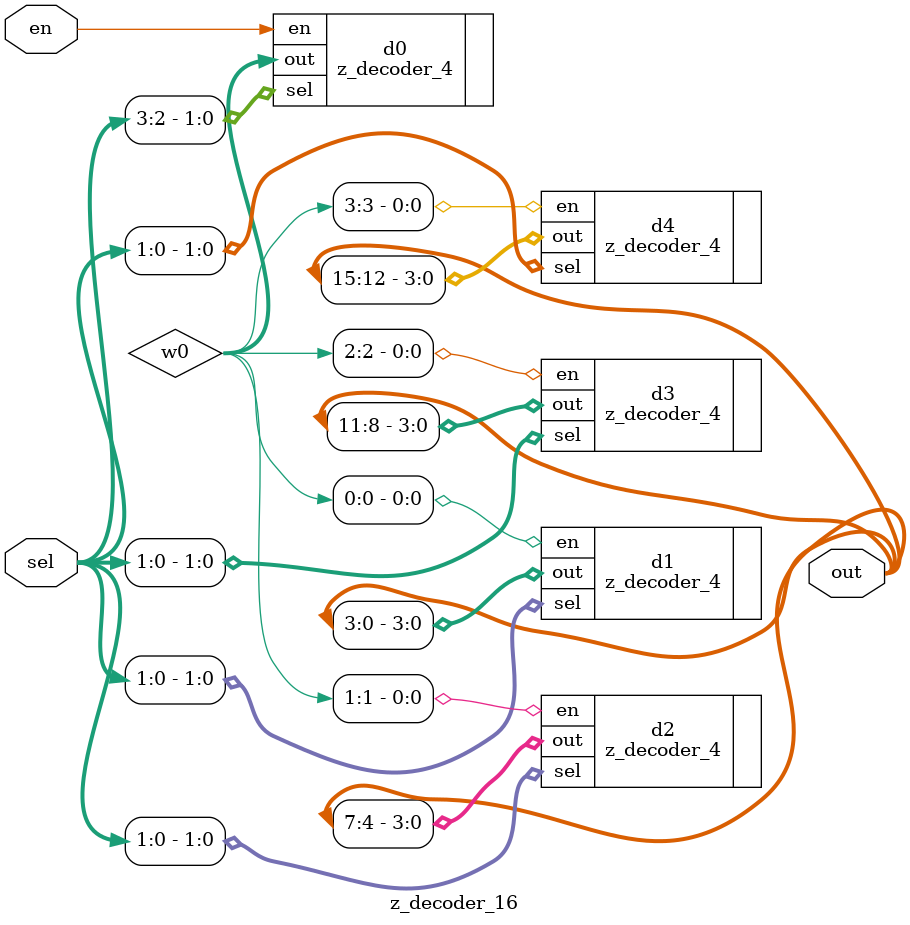
<source format=v>
module z_decoder_16(sel, en, out);
	input [3:0] sel;
	input en;
	output [15:0] out;
	wire [3:0] w0;
	
	z_decoder_4 d0(.sel(sel[3:2]), .en(en), .out(w0));
	
	z_decoder_4 d1(.sel(sel[1:0]), .en(w0[0]), .out(out[3:0]));
	z_decoder_4 d2(.sel(sel[1:0]), .en(w0[1]), .out(out[7:4]));
	z_decoder_4 d3(.sel(sel[1:0]), .en(w0[2]), .out(out[11:8]));
	z_decoder_4 d4(.sel(sel[1:0]), .en(w0[3]), .out(out[15:12]));
	
endmodule
</source>
